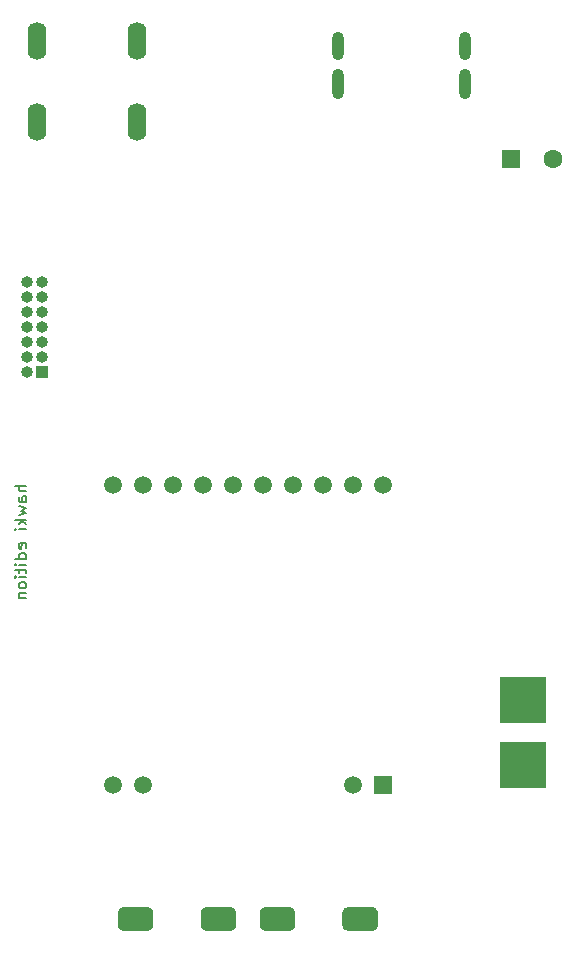
<source format=gbr>
%TF.GenerationSoftware,KiCad,Pcbnew,(5.1.5)-3*%
%TF.CreationDate,2020-06-04T21:45:27+02:00*%
%TF.ProjectId,loeti,6c6f6574-692e-46b6-9963-61645f706362,rev?*%
%TF.SameCoordinates,Original*%
%TF.FileFunction,Soldermask,Bot*%
%TF.FilePolarity,Negative*%
%FSLAX46Y46*%
G04 Gerber Fmt 4.6, Leading zero omitted, Abs format (unit mm)*
G04 Created by KiCad (PCBNEW (5.1.5)-3) date 2020-06-04 21:45:27*
%MOMM*%
%LPD*%
G04 APERTURE LIST*
%ADD10C,0.150000*%
%ADD11O,1.000000X2.400000*%
%ADD12O,1.000000X2.550000*%
%ADD13O,1.600000X3.200000*%
%ADD14O,1.000000X1.000000*%
%ADD15R,1.000000X1.000000*%
%ADD16C,1.500000*%
%ADD17R,1.500000X1.500000*%
%ADD18C,0.100000*%
%ADD19R,1.600000X1.600000*%
%ADD20C,1.600000*%
%ADD21R,4.000000X4.000000*%
G04 APERTURE END LIST*
D10*
X71252380Y-81338095D02*
X70252380Y-81338095D01*
X71252380Y-81766666D02*
X70728571Y-81766666D01*
X70633333Y-81719047D01*
X70585714Y-81623809D01*
X70585714Y-81480952D01*
X70633333Y-81385714D01*
X70680952Y-81338095D01*
X71252380Y-82671428D02*
X70728571Y-82671428D01*
X70633333Y-82623809D01*
X70585714Y-82528571D01*
X70585714Y-82338095D01*
X70633333Y-82242857D01*
X71204761Y-82671428D02*
X71252380Y-82576190D01*
X71252380Y-82338095D01*
X71204761Y-82242857D01*
X71109523Y-82195238D01*
X71014285Y-82195238D01*
X70919047Y-82242857D01*
X70871428Y-82338095D01*
X70871428Y-82576190D01*
X70823809Y-82671428D01*
X70585714Y-83052380D02*
X71252380Y-83242857D01*
X70776190Y-83433333D01*
X71252380Y-83623809D01*
X70585714Y-83814285D01*
X71252380Y-84195238D02*
X70252380Y-84195238D01*
X70871428Y-84290476D02*
X71252380Y-84576190D01*
X70585714Y-84576190D02*
X70966666Y-84195238D01*
X71252380Y-85004761D02*
X70585714Y-85004761D01*
X70252380Y-85004761D02*
X70300000Y-84957142D01*
X70347619Y-85004761D01*
X70300000Y-85052380D01*
X70252380Y-85004761D01*
X70347619Y-85004761D01*
X71204761Y-86623809D02*
X71252380Y-86528571D01*
X71252380Y-86338095D01*
X71204761Y-86242857D01*
X71109523Y-86195238D01*
X70728571Y-86195238D01*
X70633333Y-86242857D01*
X70585714Y-86338095D01*
X70585714Y-86528571D01*
X70633333Y-86623809D01*
X70728571Y-86671428D01*
X70823809Y-86671428D01*
X70919047Y-86195238D01*
X71252380Y-87528571D02*
X70252380Y-87528571D01*
X71204761Y-87528571D02*
X71252380Y-87433333D01*
X71252380Y-87242857D01*
X71204761Y-87147619D01*
X71157142Y-87100000D01*
X71061904Y-87052380D01*
X70776190Y-87052380D01*
X70680952Y-87100000D01*
X70633333Y-87147619D01*
X70585714Y-87242857D01*
X70585714Y-87433333D01*
X70633333Y-87528571D01*
X71252380Y-88004761D02*
X70585714Y-88004761D01*
X70252380Y-88004761D02*
X70300000Y-87957142D01*
X70347619Y-88004761D01*
X70300000Y-88052380D01*
X70252380Y-88004761D01*
X70347619Y-88004761D01*
X70585714Y-88338095D02*
X70585714Y-88719047D01*
X70252380Y-88480952D02*
X71109523Y-88480952D01*
X71204761Y-88528571D01*
X71252380Y-88623809D01*
X71252380Y-88719047D01*
X71252380Y-89052380D02*
X70585714Y-89052380D01*
X70252380Y-89052380D02*
X70300000Y-89004761D01*
X70347619Y-89052380D01*
X70300000Y-89100000D01*
X70252380Y-89052380D01*
X70347619Y-89052380D01*
X71252380Y-89671428D02*
X71204761Y-89576190D01*
X71157142Y-89528571D01*
X71061904Y-89480952D01*
X70776190Y-89480952D01*
X70680952Y-89528571D01*
X70633333Y-89576190D01*
X70585714Y-89671428D01*
X70585714Y-89814285D01*
X70633333Y-89909523D01*
X70680952Y-89957142D01*
X70776190Y-90004761D01*
X71061904Y-90004761D01*
X71157142Y-89957142D01*
X71204761Y-89909523D01*
X71252380Y-89814285D01*
X71252380Y-89671428D01*
X70585714Y-90433333D02*
X71252380Y-90433333D01*
X70680952Y-90433333D02*
X70633333Y-90480952D01*
X70585714Y-90576190D01*
X70585714Y-90719047D01*
X70633333Y-90814285D01*
X70728571Y-90861904D01*
X71252380Y-90861904D01*
D11*
%TO.C,J1*%
X97600000Y-44120000D03*
D12*
X97600000Y-47350000D03*
X108400000Y-47350000D03*
D11*
X108400000Y-44120000D03*
%TD*%
D13*
%TO.C,J3*%
X72145000Y-43700000D03*
X80595000Y-50500000D03*
X80595000Y-43700000D03*
X72145000Y-50500000D03*
%TD*%
D14*
%TO.C,J2*%
X71330000Y-64080000D03*
X72600000Y-64080000D03*
X71330000Y-65350000D03*
X72600000Y-65350000D03*
X71330000Y-66620000D03*
X72600000Y-66620000D03*
X71330000Y-67890000D03*
X72600000Y-67890000D03*
X71330000Y-69160000D03*
X72600000Y-69160000D03*
X71330000Y-70430000D03*
X72600000Y-70430000D03*
X71330000Y-71700000D03*
D15*
X72600000Y-71700000D03*
%TD*%
D16*
%TO.C,U4*%
X98880000Y-106700000D03*
X81100000Y-106700000D03*
X78560000Y-106700000D03*
X78560000Y-81300000D03*
X81100000Y-81300000D03*
X83640000Y-81300000D03*
X86180000Y-81300000D03*
X88720000Y-81300000D03*
X91260000Y-81300000D03*
X93800000Y-81300000D03*
X96340000Y-81300000D03*
X98880000Y-81300000D03*
X101420000Y-81300000D03*
D17*
X101420000Y-106700000D03*
%TD*%
D18*
%TO.C,SW2*%
G36*
X93549009Y-117002408D02*
G01*
X93597545Y-117009607D01*
X93645142Y-117021530D01*
X93691342Y-117038060D01*
X93735698Y-117059039D01*
X93777785Y-117084265D01*
X93817197Y-117113495D01*
X93853553Y-117146447D01*
X93886505Y-117182803D01*
X93915735Y-117222215D01*
X93940961Y-117264302D01*
X93961940Y-117308658D01*
X93978470Y-117354858D01*
X93990393Y-117402455D01*
X93997592Y-117450991D01*
X94000000Y-117500000D01*
X94000000Y-118500000D01*
X93997592Y-118549009D01*
X93990393Y-118597545D01*
X93978470Y-118645142D01*
X93961940Y-118691342D01*
X93940961Y-118735698D01*
X93915735Y-118777785D01*
X93886505Y-118817197D01*
X93853553Y-118853553D01*
X93817197Y-118886505D01*
X93777785Y-118915735D01*
X93735698Y-118940961D01*
X93691342Y-118961940D01*
X93645142Y-118978470D01*
X93597545Y-118990393D01*
X93549009Y-118997592D01*
X93500000Y-119000000D01*
X91500000Y-119000000D01*
X91450991Y-118997592D01*
X91402455Y-118990393D01*
X91354858Y-118978470D01*
X91308658Y-118961940D01*
X91264302Y-118940961D01*
X91222215Y-118915735D01*
X91182803Y-118886505D01*
X91146447Y-118853553D01*
X91113495Y-118817197D01*
X91084265Y-118777785D01*
X91059039Y-118735698D01*
X91038060Y-118691342D01*
X91021530Y-118645142D01*
X91009607Y-118597545D01*
X91002408Y-118549009D01*
X91000000Y-118500000D01*
X91000000Y-117500000D01*
X91002408Y-117450991D01*
X91009607Y-117402455D01*
X91021530Y-117354858D01*
X91038060Y-117308658D01*
X91059039Y-117264302D01*
X91084265Y-117222215D01*
X91113495Y-117182803D01*
X91146447Y-117146447D01*
X91182803Y-117113495D01*
X91222215Y-117084265D01*
X91264302Y-117059039D01*
X91308658Y-117038060D01*
X91354858Y-117021530D01*
X91402455Y-117009607D01*
X91450991Y-117002408D01*
X91500000Y-117000000D01*
X93500000Y-117000000D01*
X93549009Y-117002408D01*
G37*
G36*
X100549009Y-117002408D02*
G01*
X100597545Y-117009607D01*
X100645142Y-117021530D01*
X100691342Y-117038060D01*
X100735698Y-117059039D01*
X100777785Y-117084265D01*
X100817197Y-117113495D01*
X100853553Y-117146447D01*
X100886505Y-117182803D01*
X100915735Y-117222215D01*
X100940961Y-117264302D01*
X100961940Y-117308658D01*
X100978470Y-117354858D01*
X100990393Y-117402455D01*
X100997592Y-117450991D01*
X101000000Y-117500000D01*
X101000000Y-118500000D01*
X100997592Y-118549009D01*
X100990393Y-118597545D01*
X100978470Y-118645142D01*
X100961940Y-118691342D01*
X100940961Y-118735698D01*
X100915735Y-118777785D01*
X100886505Y-118817197D01*
X100853553Y-118853553D01*
X100817197Y-118886505D01*
X100777785Y-118915735D01*
X100735698Y-118940961D01*
X100691342Y-118961940D01*
X100645142Y-118978470D01*
X100597545Y-118990393D01*
X100549009Y-118997592D01*
X100500000Y-119000000D01*
X98500000Y-119000000D01*
X98450991Y-118997592D01*
X98402455Y-118990393D01*
X98354858Y-118978470D01*
X98308658Y-118961940D01*
X98264302Y-118940961D01*
X98222215Y-118915735D01*
X98182803Y-118886505D01*
X98146447Y-118853553D01*
X98113495Y-118817197D01*
X98084265Y-118777785D01*
X98059039Y-118735698D01*
X98038060Y-118691342D01*
X98021530Y-118645142D01*
X98009607Y-118597545D01*
X98002408Y-118549009D01*
X98000000Y-118500000D01*
X98000000Y-117500000D01*
X98002408Y-117450991D01*
X98009607Y-117402455D01*
X98021530Y-117354858D01*
X98038060Y-117308658D01*
X98059039Y-117264302D01*
X98084265Y-117222215D01*
X98113495Y-117182803D01*
X98146447Y-117146447D01*
X98182803Y-117113495D01*
X98222215Y-117084265D01*
X98264302Y-117059039D01*
X98308658Y-117038060D01*
X98354858Y-117021530D01*
X98402455Y-117009607D01*
X98450991Y-117002408D01*
X98500000Y-117000000D01*
X100500000Y-117000000D01*
X100549009Y-117002408D01*
G37*
%TD*%
%TO.C,SW3*%
G36*
X88549009Y-117002408D02*
G01*
X88597545Y-117009607D01*
X88645142Y-117021530D01*
X88691342Y-117038060D01*
X88735698Y-117059039D01*
X88777785Y-117084265D01*
X88817197Y-117113495D01*
X88853553Y-117146447D01*
X88886505Y-117182803D01*
X88915735Y-117222215D01*
X88940961Y-117264302D01*
X88961940Y-117308658D01*
X88978470Y-117354858D01*
X88990393Y-117402455D01*
X88997592Y-117450991D01*
X89000000Y-117500000D01*
X89000000Y-118500000D01*
X88997592Y-118549009D01*
X88990393Y-118597545D01*
X88978470Y-118645142D01*
X88961940Y-118691342D01*
X88940961Y-118735698D01*
X88915735Y-118777785D01*
X88886505Y-118817197D01*
X88853553Y-118853553D01*
X88817197Y-118886505D01*
X88777785Y-118915735D01*
X88735698Y-118940961D01*
X88691342Y-118961940D01*
X88645142Y-118978470D01*
X88597545Y-118990393D01*
X88549009Y-118997592D01*
X88500000Y-119000000D01*
X86500000Y-119000000D01*
X86450991Y-118997592D01*
X86402455Y-118990393D01*
X86354858Y-118978470D01*
X86308658Y-118961940D01*
X86264302Y-118940961D01*
X86222215Y-118915735D01*
X86182803Y-118886505D01*
X86146447Y-118853553D01*
X86113495Y-118817197D01*
X86084265Y-118777785D01*
X86059039Y-118735698D01*
X86038060Y-118691342D01*
X86021530Y-118645142D01*
X86009607Y-118597545D01*
X86002408Y-118549009D01*
X86000000Y-118500000D01*
X86000000Y-117500000D01*
X86002408Y-117450991D01*
X86009607Y-117402455D01*
X86021530Y-117354858D01*
X86038060Y-117308658D01*
X86059039Y-117264302D01*
X86084265Y-117222215D01*
X86113495Y-117182803D01*
X86146447Y-117146447D01*
X86182803Y-117113495D01*
X86222215Y-117084265D01*
X86264302Y-117059039D01*
X86308658Y-117038060D01*
X86354858Y-117021530D01*
X86402455Y-117009607D01*
X86450991Y-117002408D01*
X86500000Y-117000000D01*
X88500000Y-117000000D01*
X88549009Y-117002408D01*
G37*
G36*
X81549009Y-117002408D02*
G01*
X81597545Y-117009607D01*
X81645142Y-117021530D01*
X81691342Y-117038060D01*
X81735698Y-117059039D01*
X81777785Y-117084265D01*
X81817197Y-117113495D01*
X81853553Y-117146447D01*
X81886505Y-117182803D01*
X81915735Y-117222215D01*
X81940961Y-117264302D01*
X81961940Y-117308658D01*
X81978470Y-117354858D01*
X81990393Y-117402455D01*
X81997592Y-117450991D01*
X82000000Y-117500000D01*
X82000000Y-118500000D01*
X81997592Y-118549009D01*
X81990393Y-118597545D01*
X81978470Y-118645142D01*
X81961940Y-118691342D01*
X81940961Y-118735698D01*
X81915735Y-118777785D01*
X81886505Y-118817197D01*
X81853553Y-118853553D01*
X81817197Y-118886505D01*
X81777785Y-118915735D01*
X81735698Y-118940961D01*
X81691342Y-118961940D01*
X81645142Y-118978470D01*
X81597545Y-118990393D01*
X81549009Y-118997592D01*
X81500000Y-119000000D01*
X79500000Y-119000000D01*
X79450991Y-118997592D01*
X79402455Y-118990393D01*
X79354858Y-118978470D01*
X79308658Y-118961940D01*
X79264302Y-118940961D01*
X79222215Y-118915735D01*
X79182803Y-118886505D01*
X79146447Y-118853553D01*
X79113495Y-118817197D01*
X79084265Y-118777785D01*
X79059039Y-118735698D01*
X79038060Y-118691342D01*
X79021530Y-118645142D01*
X79009607Y-118597545D01*
X79002408Y-118549009D01*
X79000000Y-118500000D01*
X79000000Y-117500000D01*
X79002408Y-117450991D01*
X79009607Y-117402455D01*
X79021530Y-117354858D01*
X79038060Y-117308658D01*
X79059039Y-117264302D01*
X79084265Y-117222215D01*
X79113495Y-117182803D01*
X79146447Y-117146447D01*
X79182803Y-117113495D01*
X79222215Y-117084265D01*
X79264302Y-117059039D01*
X79308658Y-117038060D01*
X79354858Y-117021530D01*
X79402455Y-117009607D01*
X79450991Y-117002408D01*
X79500000Y-117000000D01*
X81500000Y-117000000D01*
X81549009Y-117002408D01*
G37*
%TD*%
D19*
%TO.C,C17*%
X112306236Y-53623178D03*
D20*
X115806236Y-53623178D03*
%TD*%
D21*
%TO.C,TP3*%
X113300000Y-105000000D03*
%TD*%
%TO.C,TP2*%
X113300000Y-99500000D03*
%TD*%
M02*

</source>
